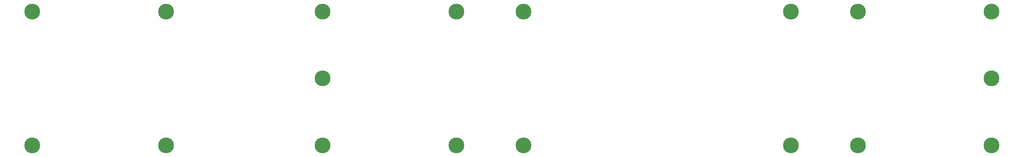
<source format=gbr>
G04 #@! TF.GenerationSoftware,KiCad,Pcbnew,(5.1.2-1)-1*
G04 #@! TF.CreationDate,2020-05-24T08:17:01-05:00*
G04 #@! TF.ProjectId,therick48.16SP_top_plate,74686572-6963-46b3-9438-2e313653505f,rev?*
G04 #@! TF.SameCoordinates,Original*
G04 #@! TF.FileFunction,Copper,L2,Bot*
G04 #@! TF.FilePolarity,Positive*
%FSLAX46Y46*%
G04 Gerber Fmt 4.6, Leading zero omitted, Abs format (unit mm)*
G04 Created by KiCad (PCBNEW (5.1.2-1)-1) date 2020-05-24 08:17:01*
%MOMM*%
%LPD*%
G04 APERTURE LIST*
%ADD10C,4.500000*%
G04 APERTURE END LIST*
D10*
X340100000Y-99180000D03*
X340100000Y-61180000D03*
X207100000Y-99180000D03*
X283100000Y-99180000D03*
X207100000Y-61180000D03*
X283100000Y-61180000D03*
X150100000Y-99180000D03*
X150100000Y-61180000D03*
X105639993Y-99180000D03*
X67639993Y-99180000D03*
X105639993Y-61180000D03*
X67639993Y-61180000D03*
X340100000Y-80180000D03*
X302100000Y-99180000D03*
X302100000Y-61180000D03*
X188100000Y-99180000D03*
X188100000Y-61180000D03*
X150100000Y-80180000D03*
M02*

</source>
